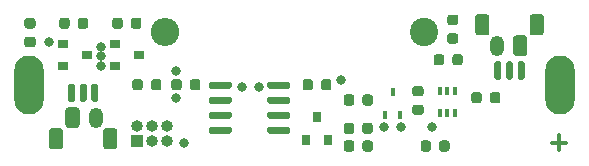
<source format=gbr>
%TF.GenerationSoftware,KiCad,Pcbnew,(5.1.10-1-10_14)*%
%TF.CreationDate,2023-04-11T22:44:58+12:00*%
%TF.ProjectId,BMSladder,424d536c-6164-4646-9572-2e6b69636164,rev?*%
%TF.SameCoordinates,Original*%
%TF.FileFunction,Soldermask,Top*%
%TF.FilePolarity,Negative*%
%FSLAX46Y46*%
G04 Gerber Fmt 4.6, Leading zero omitted, Abs format (unit mm)*
G04 Created by KiCad (PCBNEW (5.1.10-1-10_14)) date 2023-04-11 22:44:58*
%MOMM*%
%LPD*%
G01*
G04 APERTURE LIST*
%ADD10C,0.300000*%
%ADD11O,1.200000X1.750000*%
%ADD12O,1.000000X1.000000*%
%ADD13R,1.000000X1.000000*%
%ADD14O,2.400000X2.400000*%
%ADD15C,2.400000*%
%ADD16O,2.500000X5.000000*%
%ADD17R,0.800000X0.900000*%
%ADD18R,0.900000X0.800000*%
%ADD19R,0.400000X0.650000*%
%ADD20R,0.450000X0.700000*%
%ADD21C,0.800000*%
G04 APERTURE END LIST*
D10*
X66900000Y-30300000D02*
X66900000Y-31500000D01*
X66300000Y-30900000D02*
X67500000Y-30900000D01*
D11*
%TO.C,J4*%
X27700000Y-28800000D03*
G36*
G01*
X25100000Y-29425001D02*
X25100000Y-28174999D01*
G75*
G02*
X25349999Y-27925000I249999J0D01*
G01*
X26050001Y-27925000D01*
G75*
G02*
X26300000Y-28174999I0J-249999D01*
G01*
X26300000Y-29425001D01*
G75*
G02*
X26050001Y-29675000I-249999J0D01*
G01*
X25349999Y-29675000D01*
G75*
G02*
X25100000Y-29425001I0J249999D01*
G01*
G37*
%TD*%
%TO.C,J3*%
X61600000Y-22700000D03*
G36*
G01*
X64200000Y-22074999D02*
X64200000Y-23325001D01*
G75*
G02*
X63950001Y-23575000I-249999J0D01*
G01*
X63249999Y-23575000D01*
G75*
G02*
X63000000Y-23325001I0J249999D01*
G01*
X63000000Y-22074999D01*
G75*
G02*
X63249999Y-21825000I249999J0D01*
G01*
X63950001Y-21825000D01*
G75*
G02*
X64200000Y-22074999I0J-249999D01*
G01*
G37*
%TD*%
%TO.C,J2*%
G36*
G01*
X28300000Y-31225001D02*
X28300000Y-29924999D01*
G75*
G02*
X28549999Y-29675000I249999J0D01*
G01*
X29250001Y-29675000D01*
G75*
G02*
X29500000Y-29924999I0J-249999D01*
G01*
X29500000Y-31225001D01*
G75*
G02*
X29250001Y-31475000I-249999J0D01*
G01*
X28549999Y-31475000D01*
G75*
G02*
X28300000Y-31225001I0J249999D01*
G01*
G37*
G36*
G01*
X23700000Y-31225001D02*
X23700000Y-29924999D01*
G75*
G02*
X23949999Y-29675000I249999J0D01*
G01*
X24650001Y-29675000D01*
G75*
G02*
X24900000Y-29924999I0J-249999D01*
G01*
X24900000Y-31225001D01*
G75*
G02*
X24650001Y-31475000I-249999J0D01*
G01*
X23949999Y-31475000D01*
G75*
G02*
X23700000Y-31225001I0J249999D01*
G01*
G37*
G36*
G01*
X27300000Y-27325000D02*
X27300000Y-26075000D01*
G75*
G02*
X27450000Y-25925000I150000J0D01*
G01*
X27750000Y-25925000D01*
G75*
G02*
X27900000Y-26075000I0J-150000D01*
G01*
X27900000Y-27325000D01*
G75*
G02*
X27750000Y-27475000I-150000J0D01*
G01*
X27450000Y-27475000D01*
G75*
G02*
X27300000Y-27325000I0J150000D01*
G01*
G37*
G36*
G01*
X26300000Y-27325000D02*
X26300000Y-26075000D01*
G75*
G02*
X26450000Y-25925000I150000J0D01*
G01*
X26750000Y-25925000D01*
G75*
G02*
X26900000Y-26075000I0J-150000D01*
G01*
X26900000Y-27325000D01*
G75*
G02*
X26750000Y-27475000I-150000J0D01*
G01*
X26450000Y-27475000D01*
G75*
G02*
X26300000Y-27325000I0J150000D01*
G01*
G37*
G36*
G01*
X25300000Y-27325000D02*
X25300000Y-26075000D01*
G75*
G02*
X25450000Y-25925000I150000J0D01*
G01*
X25750000Y-25925000D01*
G75*
G02*
X25900000Y-26075000I0J-150000D01*
G01*
X25900000Y-27325000D01*
G75*
G02*
X25750000Y-27475000I-150000J0D01*
G01*
X25450000Y-27475000D01*
G75*
G02*
X25300000Y-27325000I0J150000D01*
G01*
G37*
%TD*%
%TO.C,J1*%
G36*
G01*
X61000000Y-20274999D02*
X61000000Y-21575001D01*
G75*
G02*
X60750001Y-21825000I-249999J0D01*
G01*
X60049999Y-21825000D01*
G75*
G02*
X59800000Y-21575001I0J249999D01*
G01*
X59800000Y-20274999D01*
G75*
G02*
X60049999Y-20025000I249999J0D01*
G01*
X60750001Y-20025000D01*
G75*
G02*
X61000000Y-20274999I0J-249999D01*
G01*
G37*
G36*
G01*
X65600000Y-20274999D02*
X65600000Y-21575001D01*
G75*
G02*
X65350001Y-21825000I-249999J0D01*
G01*
X64649999Y-21825000D01*
G75*
G02*
X64400000Y-21575001I0J249999D01*
G01*
X64400000Y-20274999D01*
G75*
G02*
X64649999Y-20025000I249999J0D01*
G01*
X65350001Y-20025000D01*
G75*
G02*
X65600000Y-20274999I0J-249999D01*
G01*
G37*
G36*
G01*
X62000000Y-24175000D02*
X62000000Y-25425000D01*
G75*
G02*
X61850000Y-25575000I-150000J0D01*
G01*
X61550000Y-25575000D01*
G75*
G02*
X61400000Y-25425000I0J150000D01*
G01*
X61400000Y-24175000D01*
G75*
G02*
X61550000Y-24025000I150000J0D01*
G01*
X61850000Y-24025000D01*
G75*
G02*
X62000000Y-24175000I0J-150000D01*
G01*
G37*
G36*
G01*
X63000000Y-24175000D02*
X63000000Y-25425000D01*
G75*
G02*
X62850000Y-25575000I-150000J0D01*
G01*
X62550000Y-25575000D01*
G75*
G02*
X62400000Y-25425000I0J150000D01*
G01*
X62400000Y-24175000D01*
G75*
G02*
X62550000Y-24025000I150000J0D01*
G01*
X62850000Y-24025000D01*
G75*
G02*
X63000000Y-24175000I0J-150000D01*
G01*
G37*
G36*
G01*
X64000000Y-24175000D02*
X64000000Y-25425000D01*
G75*
G02*
X63850000Y-25575000I-150000J0D01*
G01*
X63550000Y-25575000D01*
G75*
G02*
X63400000Y-25425000I0J150000D01*
G01*
X63400000Y-24175000D01*
G75*
G02*
X63550000Y-24025000I150000J0D01*
G01*
X63850000Y-24025000D01*
G75*
G02*
X64000000Y-24175000I0J-150000D01*
G01*
G37*
%TD*%
%TO.C,D1*%
G36*
G01*
X58156250Y-20950000D02*
X57643750Y-20950000D01*
G75*
G02*
X57425000Y-20731250I0J218750D01*
G01*
X57425000Y-20293750D01*
G75*
G02*
X57643750Y-20075000I218750J0D01*
G01*
X58156250Y-20075000D01*
G75*
G02*
X58375000Y-20293750I0J-218750D01*
G01*
X58375000Y-20731250D01*
G75*
G02*
X58156250Y-20950000I-218750J0D01*
G01*
G37*
G36*
G01*
X58156250Y-22525000D02*
X57643750Y-22525000D01*
G75*
G02*
X57425000Y-22306250I0J218750D01*
G01*
X57425000Y-21868750D01*
G75*
G02*
X57643750Y-21650000I218750J0D01*
G01*
X58156250Y-21650000D01*
G75*
G02*
X58375000Y-21868750I0J-218750D01*
G01*
X58375000Y-22306250D01*
G75*
G02*
X58156250Y-22525000I-218750J0D01*
G01*
G37*
%TD*%
%TO.C,R3*%
G36*
G01*
X49550000Y-30943750D02*
X49550000Y-31456250D01*
G75*
G02*
X49331250Y-31675000I-218750J0D01*
G01*
X48893750Y-31675000D01*
G75*
G02*
X48675000Y-31456250I0J218750D01*
G01*
X48675000Y-30943750D01*
G75*
G02*
X48893750Y-30725000I218750J0D01*
G01*
X49331250Y-30725000D01*
G75*
G02*
X49550000Y-30943750I0J-218750D01*
G01*
G37*
G36*
G01*
X51125000Y-30943750D02*
X51125000Y-31456250D01*
G75*
G02*
X50906250Y-31675000I-218750J0D01*
G01*
X50468750Y-31675000D01*
G75*
G02*
X50250000Y-31456250I0J218750D01*
G01*
X50250000Y-30943750D01*
G75*
G02*
X50468750Y-30725000I218750J0D01*
G01*
X50906250Y-30725000D01*
G75*
G02*
X51125000Y-30943750I0J-218750D01*
G01*
G37*
%TD*%
%TO.C,U2*%
G36*
G01*
X42200000Y-26195000D02*
X42200000Y-25895000D01*
G75*
G02*
X42350000Y-25745000I150000J0D01*
G01*
X44000000Y-25745000D01*
G75*
G02*
X44150000Y-25895000I0J-150000D01*
G01*
X44150000Y-26195000D01*
G75*
G02*
X44000000Y-26345000I-150000J0D01*
G01*
X42350000Y-26345000D01*
G75*
G02*
X42200000Y-26195000I0J150000D01*
G01*
G37*
G36*
G01*
X42200000Y-27465000D02*
X42200000Y-27165000D01*
G75*
G02*
X42350000Y-27015000I150000J0D01*
G01*
X44000000Y-27015000D01*
G75*
G02*
X44150000Y-27165000I0J-150000D01*
G01*
X44150000Y-27465000D01*
G75*
G02*
X44000000Y-27615000I-150000J0D01*
G01*
X42350000Y-27615000D01*
G75*
G02*
X42200000Y-27465000I0J150000D01*
G01*
G37*
G36*
G01*
X42200000Y-28735000D02*
X42200000Y-28435000D01*
G75*
G02*
X42350000Y-28285000I150000J0D01*
G01*
X44000000Y-28285000D01*
G75*
G02*
X44150000Y-28435000I0J-150000D01*
G01*
X44150000Y-28735000D01*
G75*
G02*
X44000000Y-28885000I-150000J0D01*
G01*
X42350000Y-28885000D01*
G75*
G02*
X42200000Y-28735000I0J150000D01*
G01*
G37*
G36*
G01*
X42200000Y-30005000D02*
X42200000Y-29705000D01*
G75*
G02*
X42350000Y-29555000I150000J0D01*
G01*
X44000000Y-29555000D01*
G75*
G02*
X44150000Y-29705000I0J-150000D01*
G01*
X44150000Y-30005000D01*
G75*
G02*
X44000000Y-30155000I-150000J0D01*
G01*
X42350000Y-30155000D01*
G75*
G02*
X42200000Y-30005000I0J150000D01*
G01*
G37*
G36*
G01*
X37250000Y-30005000D02*
X37250000Y-29705000D01*
G75*
G02*
X37400000Y-29555000I150000J0D01*
G01*
X39050000Y-29555000D01*
G75*
G02*
X39200000Y-29705000I0J-150000D01*
G01*
X39200000Y-30005000D01*
G75*
G02*
X39050000Y-30155000I-150000J0D01*
G01*
X37400000Y-30155000D01*
G75*
G02*
X37250000Y-30005000I0J150000D01*
G01*
G37*
G36*
G01*
X37250000Y-28735000D02*
X37250000Y-28435000D01*
G75*
G02*
X37400000Y-28285000I150000J0D01*
G01*
X39050000Y-28285000D01*
G75*
G02*
X39200000Y-28435000I0J-150000D01*
G01*
X39200000Y-28735000D01*
G75*
G02*
X39050000Y-28885000I-150000J0D01*
G01*
X37400000Y-28885000D01*
G75*
G02*
X37250000Y-28735000I0J150000D01*
G01*
G37*
G36*
G01*
X37250000Y-27465000D02*
X37250000Y-27165000D01*
G75*
G02*
X37400000Y-27015000I150000J0D01*
G01*
X39050000Y-27015000D01*
G75*
G02*
X39200000Y-27165000I0J-150000D01*
G01*
X39200000Y-27465000D01*
G75*
G02*
X39050000Y-27615000I-150000J0D01*
G01*
X37400000Y-27615000D01*
G75*
G02*
X37250000Y-27465000I0J150000D01*
G01*
G37*
G36*
G01*
X37250000Y-26195000D02*
X37250000Y-25895000D01*
G75*
G02*
X37400000Y-25745000I150000J0D01*
G01*
X39050000Y-25745000D01*
G75*
G02*
X39200000Y-25895000I0J-150000D01*
G01*
X39200000Y-26195000D01*
G75*
G02*
X39050000Y-26345000I-150000J0D01*
G01*
X37400000Y-26345000D01*
G75*
G02*
X37250000Y-26195000I0J150000D01*
G01*
G37*
%TD*%
D12*
%TO.C,J5*%
X33740000Y-29530000D03*
X33740000Y-30800000D03*
X32470000Y-29530000D03*
X32470000Y-30800000D03*
X31200000Y-29530000D03*
D13*
X31200000Y-30800000D03*
%TD*%
D14*
%TO.C,R7*%
X33500000Y-21500000D03*
D15*
X55500000Y-21500000D03*
%TD*%
D16*
%TO.C,H2*%
X22000000Y-26000000D03*
%TD*%
%TO.C,H1*%
X67000000Y-26000000D03*
%TD*%
D17*
%TO.C,U1*%
X46400000Y-28700000D03*
X47350000Y-30700000D03*
X45450000Y-30700000D03*
%TD*%
%TO.C,R13*%
G36*
G01*
X26150000Y-21056250D02*
X26150000Y-20543750D01*
G75*
G02*
X26368750Y-20325000I218750J0D01*
G01*
X26806250Y-20325000D01*
G75*
G02*
X27025000Y-20543750I0J-218750D01*
G01*
X27025000Y-21056250D01*
G75*
G02*
X26806250Y-21275000I-218750J0D01*
G01*
X26368750Y-21275000D01*
G75*
G02*
X26150000Y-21056250I0J218750D01*
G01*
G37*
G36*
G01*
X24575000Y-21056250D02*
X24575000Y-20543750D01*
G75*
G02*
X24793750Y-20325000I218750J0D01*
G01*
X25231250Y-20325000D01*
G75*
G02*
X25450000Y-20543750I0J-218750D01*
G01*
X25450000Y-21056250D01*
G75*
G02*
X25231250Y-21275000I-218750J0D01*
G01*
X24793750Y-21275000D01*
G75*
G02*
X24575000Y-21056250I0J218750D01*
G01*
G37*
%TD*%
%TO.C,R12*%
G36*
G01*
X22356250Y-21250000D02*
X21843750Y-21250000D01*
G75*
G02*
X21625000Y-21031250I0J218750D01*
G01*
X21625000Y-20593750D01*
G75*
G02*
X21843750Y-20375000I218750J0D01*
G01*
X22356250Y-20375000D01*
G75*
G02*
X22575000Y-20593750I0J-218750D01*
G01*
X22575000Y-21031250D01*
G75*
G02*
X22356250Y-21250000I-218750J0D01*
G01*
G37*
G36*
G01*
X22356250Y-22825000D02*
X21843750Y-22825000D01*
G75*
G02*
X21625000Y-22606250I0J218750D01*
G01*
X21625000Y-22168750D01*
G75*
G02*
X21843750Y-21950000I218750J0D01*
G01*
X22356250Y-21950000D01*
G75*
G02*
X22575000Y-22168750I0J-218750D01*
G01*
X22575000Y-22606250D01*
G75*
G02*
X22356250Y-22825000I-218750J0D01*
G01*
G37*
%TD*%
%TO.C,R11*%
G36*
G01*
X29950000Y-20543750D02*
X29950000Y-21056250D01*
G75*
G02*
X29731250Y-21275000I-218750J0D01*
G01*
X29293750Y-21275000D01*
G75*
G02*
X29075000Y-21056250I0J218750D01*
G01*
X29075000Y-20543750D01*
G75*
G02*
X29293750Y-20325000I218750J0D01*
G01*
X29731250Y-20325000D01*
G75*
G02*
X29950000Y-20543750I0J-218750D01*
G01*
G37*
G36*
G01*
X31525000Y-20543750D02*
X31525000Y-21056250D01*
G75*
G02*
X31306250Y-21275000I-218750J0D01*
G01*
X30868750Y-21275000D01*
G75*
G02*
X30650000Y-21056250I0J218750D01*
G01*
X30650000Y-20543750D01*
G75*
G02*
X30868750Y-20325000I218750J0D01*
G01*
X31306250Y-20325000D01*
G75*
G02*
X31525000Y-20543750I0J-218750D01*
G01*
G37*
%TD*%
%TO.C,R10*%
G36*
G01*
X31650000Y-25743750D02*
X31650000Y-26256250D01*
G75*
G02*
X31431250Y-26475000I-218750J0D01*
G01*
X30993750Y-26475000D01*
G75*
G02*
X30775000Y-26256250I0J218750D01*
G01*
X30775000Y-25743750D01*
G75*
G02*
X30993750Y-25525000I218750J0D01*
G01*
X31431250Y-25525000D01*
G75*
G02*
X31650000Y-25743750I0J-218750D01*
G01*
G37*
G36*
G01*
X33225000Y-25743750D02*
X33225000Y-26256250D01*
G75*
G02*
X33006250Y-26475000I-218750J0D01*
G01*
X32568750Y-26475000D01*
G75*
G02*
X32350000Y-26256250I0J218750D01*
G01*
X32350000Y-25743750D01*
G75*
G02*
X32568750Y-25525000I218750J0D01*
G01*
X33006250Y-25525000D01*
G75*
G02*
X33225000Y-25743750I0J-218750D01*
G01*
G37*
%TD*%
%TO.C,R9*%
G36*
G01*
X49550000Y-27043750D02*
X49550000Y-27556250D01*
G75*
G02*
X49331250Y-27775000I-218750J0D01*
G01*
X48893750Y-27775000D01*
G75*
G02*
X48675000Y-27556250I0J218750D01*
G01*
X48675000Y-27043750D01*
G75*
G02*
X48893750Y-26825000I218750J0D01*
G01*
X49331250Y-26825000D01*
G75*
G02*
X49550000Y-27043750I0J-218750D01*
G01*
G37*
G36*
G01*
X51125000Y-27043750D02*
X51125000Y-27556250D01*
G75*
G02*
X50906250Y-27775000I-218750J0D01*
G01*
X50468750Y-27775000D01*
G75*
G02*
X50250000Y-27556250I0J218750D01*
G01*
X50250000Y-27043750D01*
G75*
G02*
X50468750Y-26825000I218750J0D01*
G01*
X50906250Y-26825000D01*
G75*
G02*
X51125000Y-27043750I0J-218750D01*
G01*
G37*
%TD*%
%TO.C,R8*%
G36*
G01*
X54693750Y-27700000D02*
X55206250Y-27700000D01*
G75*
G02*
X55425000Y-27918750I0J-218750D01*
G01*
X55425000Y-28356250D01*
G75*
G02*
X55206250Y-28575000I-218750J0D01*
G01*
X54693750Y-28575000D01*
G75*
G02*
X54475000Y-28356250I0J218750D01*
G01*
X54475000Y-27918750D01*
G75*
G02*
X54693750Y-27700000I218750J0D01*
G01*
G37*
G36*
G01*
X54693750Y-26125000D02*
X55206250Y-26125000D01*
G75*
G02*
X55425000Y-26343750I0J-218750D01*
G01*
X55425000Y-26781250D01*
G75*
G02*
X55206250Y-27000000I-218750J0D01*
G01*
X54693750Y-27000000D01*
G75*
G02*
X54475000Y-26781250I0J218750D01*
G01*
X54475000Y-26343750D01*
G75*
G02*
X54693750Y-26125000I218750J0D01*
G01*
G37*
%TD*%
%TO.C,R6*%
G36*
G01*
X61050000Y-27356250D02*
X61050000Y-26843750D01*
G75*
G02*
X61268750Y-26625000I218750J0D01*
G01*
X61706250Y-26625000D01*
G75*
G02*
X61925000Y-26843750I0J-218750D01*
G01*
X61925000Y-27356250D01*
G75*
G02*
X61706250Y-27575000I-218750J0D01*
G01*
X61268750Y-27575000D01*
G75*
G02*
X61050000Y-27356250I0J218750D01*
G01*
G37*
G36*
G01*
X59475000Y-27356250D02*
X59475000Y-26843750D01*
G75*
G02*
X59693750Y-26625000I218750J0D01*
G01*
X60131250Y-26625000D01*
G75*
G02*
X60350000Y-26843750I0J-218750D01*
G01*
X60350000Y-27356250D01*
G75*
G02*
X60131250Y-27575000I-218750J0D01*
G01*
X59693750Y-27575000D01*
G75*
G02*
X59475000Y-27356250I0J218750D01*
G01*
G37*
%TD*%
%TO.C,R5*%
G36*
G01*
X57862500Y-24156250D02*
X57862500Y-23643750D01*
G75*
G02*
X58081250Y-23425000I218750J0D01*
G01*
X58518750Y-23425000D01*
G75*
G02*
X58737500Y-23643750I0J-218750D01*
G01*
X58737500Y-24156250D01*
G75*
G02*
X58518750Y-24375000I-218750J0D01*
G01*
X58081250Y-24375000D01*
G75*
G02*
X57862500Y-24156250I0J218750D01*
G01*
G37*
G36*
G01*
X56287500Y-24156250D02*
X56287500Y-23643750D01*
G75*
G02*
X56506250Y-23425000I218750J0D01*
G01*
X56943750Y-23425000D01*
G75*
G02*
X57162500Y-23643750I0J-218750D01*
G01*
X57162500Y-24156250D01*
G75*
G02*
X56943750Y-24375000I-218750J0D01*
G01*
X56506250Y-24375000D01*
G75*
G02*
X56287500Y-24156250I0J218750D01*
G01*
G37*
%TD*%
%TO.C,R4*%
G36*
G01*
X50250000Y-29956250D02*
X50250000Y-29443750D01*
G75*
G02*
X50468750Y-29225000I218750J0D01*
G01*
X50906250Y-29225000D01*
G75*
G02*
X51125000Y-29443750I0J-218750D01*
G01*
X51125000Y-29956250D01*
G75*
G02*
X50906250Y-30175000I-218750J0D01*
G01*
X50468750Y-30175000D01*
G75*
G02*
X50250000Y-29956250I0J218750D01*
G01*
G37*
G36*
G01*
X48675000Y-29956250D02*
X48675000Y-29443750D01*
G75*
G02*
X48893750Y-29225000I218750J0D01*
G01*
X49331250Y-29225000D01*
G75*
G02*
X49550000Y-29443750I0J-218750D01*
G01*
X49550000Y-29956250D01*
G75*
G02*
X49331250Y-30175000I-218750J0D01*
G01*
X48893750Y-30175000D01*
G75*
G02*
X48675000Y-29956250I0J218750D01*
G01*
G37*
%TD*%
%TO.C,R2*%
G36*
G01*
X46050000Y-25743750D02*
X46050000Y-26256250D01*
G75*
G02*
X45831250Y-26475000I-218750J0D01*
G01*
X45393750Y-26475000D01*
G75*
G02*
X45175000Y-26256250I0J218750D01*
G01*
X45175000Y-25743750D01*
G75*
G02*
X45393750Y-25525000I218750J0D01*
G01*
X45831250Y-25525000D01*
G75*
G02*
X46050000Y-25743750I0J-218750D01*
G01*
G37*
G36*
G01*
X47625000Y-25743750D02*
X47625000Y-26256250D01*
G75*
G02*
X47406250Y-26475000I-218750J0D01*
G01*
X46968750Y-26475000D01*
G75*
G02*
X46750000Y-26256250I0J218750D01*
G01*
X46750000Y-25743750D01*
G75*
G02*
X46968750Y-25525000I218750J0D01*
G01*
X47406250Y-25525000D01*
G75*
G02*
X47625000Y-25743750I0J-218750D01*
G01*
G37*
%TD*%
%TO.C,R1*%
G36*
G01*
X56050000Y-30943750D02*
X56050000Y-31456250D01*
G75*
G02*
X55831250Y-31675000I-218750J0D01*
G01*
X55393750Y-31675000D01*
G75*
G02*
X55175000Y-31456250I0J218750D01*
G01*
X55175000Y-30943750D01*
G75*
G02*
X55393750Y-30725000I218750J0D01*
G01*
X55831250Y-30725000D01*
G75*
G02*
X56050000Y-30943750I0J-218750D01*
G01*
G37*
G36*
G01*
X57625000Y-30943750D02*
X57625000Y-31456250D01*
G75*
G02*
X57406250Y-31675000I-218750J0D01*
G01*
X56968750Y-31675000D01*
G75*
G02*
X56750000Y-31456250I0J218750D01*
G01*
X56750000Y-30943750D01*
G75*
G02*
X56968750Y-30725000I218750J0D01*
G01*
X57406250Y-30725000D01*
G75*
G02*
X57625000Y-30943750I0J-218750D01*
G01*
G37*
%TD*%
D18*
%TO.C,Q3*%
X26900000Y-23500000D03*
X24900000Y-24450000D03*
X24900000Y-22550000D03*
%TD*%
%TO.C,Q2*%
X31300000Y-23500000D03*
X29300000Y-24450000D03*
X29300000Y-22550000D03*
%TD*%
D19*
%TO.C,Q1*%
X58100000Y-28400000D03*
X56800000Y-28400000D03*
X57450000Y-26500000D03*
X57450000Y-28400000D03*
X56800000Y-26500000D03*
X58100000Y-26500000D03*
%TD*%
D20*
%TO.C,D2*%
X52800000Y-26600000D03*
X53450000Y-28600000D03*
X52150000Y-28600000D03*
%TD*%
%TO.C,C1*%
G36*
G01*
X34950000Y-25743750D02*
X34950000Y-26256250D01*
G75*
G02*
X34731250Y-26475000I-218750J0D01*
G01*
X34293750Y-26475000D01*
G75*
G02*
X34075000Y-26256250I0J218750D01*
G01*
X34075000Y-25743750D01*
G75*
G02*
X34293750Y-25525000I218750J0D01*
G01*
X34731250Y-25525000D01*
G75*
G02*
X34950000Y-25743750I0J-218750D01*
G01*
G37*
G36*
G01*
X36525000Y-25743750D02*
X36525000Y-26256250D01*
G75*
G02*
X36306250Y-26475000I-218750J0D01*
G01*
X35868750Y-26475000D01*
G75*
G02*
X35650000Y-26256250I0J218750D01*
G01*
X35650000Y-25743750D01*
G75*
G02*
X35868750Y-25525000I218750J0D01*
G01*
X36306250Y-25525000D01*
G75*
G02*
X36525000Y-25743750I0J-218750D01*
G01*
G37*
%TD*%
D21*
X34450000Y-27150000D03*
X23700000Y-22400000D03*
X28100000Y-22800004D03*
X28099992Y-23565677D03*
X28100004Y-24400000D03*
X56100000Y-29550000D03*
X48400000Y-25625022D03*
X34500000Y-24800000D03*
X35100000Y-30900000D03*
X52100000Y-29600000D03*
X41500000Y-26200010D03*
X53500000Y-29600000D03*
X40089070Y-26185610D03*
M02*

</source>
